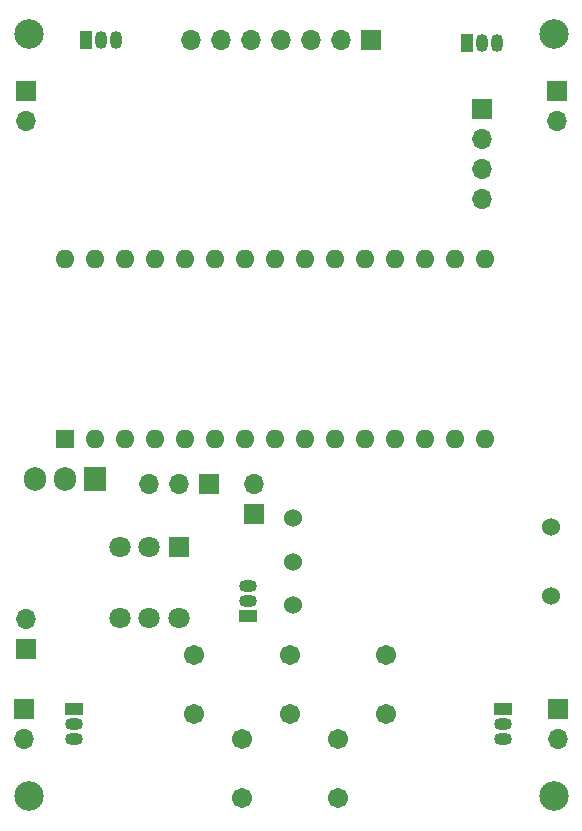
<source format=gbr>
%TF.GenerationSoftware,KiCad,Pcbnew,7.0.7*%
%TF.CreationDate,2025-03-26T10:17:06+05:30*%
%TF.ProjectId,VibAndHeat_Version1,56696241-6e64-4486-9561-745f56657273,rev?*%
%TF.SameCoordinates,Original*%
%TF.FileFunction,Soldermask,Bot*%
%TF.FilePolarity,Negative*%
%FSLAX46Y46*%
G04 Gerber Fmt 4.6, Leading zero omitted, Abs format (unit mm)*
G04 Created by KiCad (PCBNEW 7.0.7) date 2025-03-26 10:17:06*
%MOMM*%
%LPD*%
G01*
G04 APERTURE LIST*
%ADD10R,1.500000X1.050000*%
%ADD11O,1.500000X1.050000*%
%ADD12R,1.700000X1.700000*%
%ADD13O,1.700000X1.700000*%
%ADD14R,1.600000X1.600000*%
%ADD15O,1.600000X1.600000*%
%ADD16R,1.050000X1.500000*%
%ADD17O,1.050000X1.500000*%
%ADD18R,1.905000X2.000000*%
%ADD19O,1.905000X2.000000*%
%ADD20C,1.524000*%
%ADD21C,1.712000*%
%ADD22C,2.500000*%
%ADD23R,1.800000X1.800000*%
%ADD24C,1.800000*%
G04 APERTURE END LIST*
D10*
%TO.C,Q2*%
X121158000Y-123698000D03*
D11*
X121158000Y-124968000D03*
X121158000Y-126238000D03*
%TD*%
D12*
%TO.C,J3*%
X162052000Y-71374000D03*
D13*
X162052000Y-73914000D03*
%TD*%
D14*
%TO.C,Microcontroller1*%
X120396000Y-100838000D03*
D15*
X122936000Y-100838000D03*
X125476000Y-100838000D03*
X128016000Y-100838000D03*
X130556000Y-100838000D03*
X133096000Y-100838000D03*
X135636000Y-100838000D03*
X138176000Y-100838000D03*
X140716000Y-100838000D03*
X143256000Y-100838000D03*
X145796000Y-100838000D03*
X148336000Y-100838000D03*
X150876000Y-100838000D03*
X153416000Y-100838000D03*
X155956000Y-100838000D03*
X155956000Y-85598000D03*
X153416000Y-85598000D03*
X150876000Y-85598000D03*
X148336000Y-85598000D03*
X145796000Y-85598000D03*
X143256000Y-85598000D03*
X140716000Y-85598000D03*
X138176000Y-85598000D03*
X135636000Y-85598000D03*
X133096000Y-85598000D03*
X130556000Y-85598000D03*
X128016000Y-85598000D03*
X125476000Y-85598000D03*
X122936000Y-85598000D03*
X120396000Y-85598000D03*
%TD*%
D12*
%TO.C,J1*%
X117094000Y-71374000D03*
D13*
X117094000Y-73914000D03*
%TD*%
D16*
%TO.C,Q1*%
X122174000Y-67056000D03*
D17*
X123444000Y-67056000D03*
X124714000Y-67056000D03*
%TD*%
D12*
%TO.C,J6*%
X117094000Y-118618000D03*
D13*
X117094000Y-116078000D03*
%TD*%
D10*
%TO.C,Q5*%
X135890000Y-115824000D03*
D11*
X135890000Y-114554000D03*
X135890000Y-113284000D03*
%TD*%
D16*
%TO.C,Q3*%
X154432000Y-67310000D03*
D17*
X155702000Y-67310000D03*
X156972000Y-67310000D03*
%TD*%
D18*
%TO.C,U3*%
X122936000Y-104211000D03*
D19*
X120396000Y-104211000D03*
X117856000Y-104211000D03*
%TD*%
D20*
%TO.C,U2*%
X161544000Y-114124000D03*
X161544000Y-108282000D03*
X139700000Y-114886000D03*
X139700000Y-111203000D03*
X139700000Y-107520000D03*
%TD*%
D12*
%TO.C,J4*%
X162158000Y-123698000D03*
D13*
X162158000Y-126238000D03*
%TD*%
D12*
%TO.C,J2*%
X116946000Y-123698000D03*
D13*
X116946000Y-126238000D03*
%TD*%
D10*
%TO.C,Q4*%
X157480000Y-123698000D03*
D11*
X157480000Y-124968000D03*
X157480000Y-126238000D03*
%TD*%
D12*
%TO.C,U1*%
X132588000Y-104648000D03*
D13*
X130048000Y-104648000D03*
X127508000Y-104648000D03*
%TD*%
D21*
%TO.C,Button5*%
X147574000Y-124126000D03*
X147574000Y-119126000D03*
%TD*%
D12*
%TO.C,J7*%
X155702000Y-72898000D03*
D13*
X155702000Y-75438000D03*
X155702000Y-77978000D03*
X155702000Y-80518000D03*
%TD*%
D22*
%TO.C,H3*%
X161798000Y-66548000D03*
%TD*%
D21*
%TO.C,Button2*%
X143510000Y-131238000D03*
X143510000Y-126238000D03*
%TD*%
%TO.C,Button4*%
X139446000Y-124126000D03*
X139446000Y-119126000D03*
%TD*%
D22*
%TO.C,H1*%
X117348000Y-66548000D03*
%TD*%
D21*
%TO.C,Button3*%
X131318000Y-124126000D03*
X131318000Y-119126000D03*
%TD*%
%TO.C,Button1*%
X135382000Y-131238000D03*
X135382000Y-126238000D03*
%TD*%
D23*
%TO.C,SW1*%
X130048000Y-109982000D03*
D24*
X127548000Y-109982000D03*
X125048000Y-109982000D03*
X130048000Y-115982000D03*
X127548000Y-115982000D03*
X125048000Y-115982000D03*
%TD*%
D12*
%TO.C,J8*%
X146309000Y-67056000D03*
D13*
X143769000Y-67056000D03*
X141229000Y-67056000D03*
X138689000Y-67056000D03*
X136149000Y-67056000D03*
X133609000Y-67056000D03*
X131069000Y-67056000D03*
%TD*%
D22*
%TO.C,H4*%
X161798000Y-131064000D03*
%TD*%
%TO.C,H2*%
X117348000Y-131064000D03*
%TD*%
D12*
%TO.C,J5*%
X136398000Y-107193000D03*
D13*
X136398000Y-104653000D03*
%TD*%
M02*

</source>
